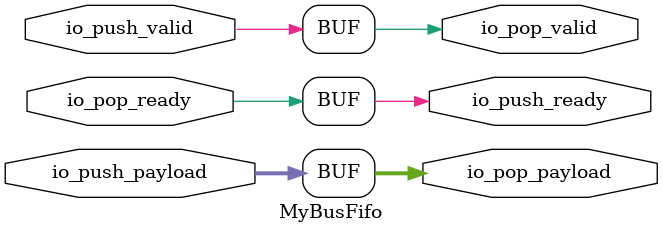
<source format=v>

`timescale 1ns/1ps 

module Top (
  input               io_idata_valid,
  output              io_idata_ready,
  input      [7:0]    io_idata_payload,
  output              io_odata_valid,
  input               io_odata_ready,
  output     [7:0]    io_odata_payload
);

  wire                myBusFifo_1_io_push_ready;
  wire                myBusFifo_1_io_pop_valid;
  wire       [7:0]    myBusFifo_1_io_pop_payload;

  MyBusFifo myBusFifo_1 (
    .io_push_valid      (io_idata_valid                   ), //i
    .io_push_ready      (myBusFifo_1_io_push_ready        ), //o
    .io_push_payload    (io_idata_payload[7:0]            ), //i
    .io_pop_valid       (myBusFifo_1_io_pop_valid         ), //o
    .io_pop_ready       (io_odata_ready                   ), //i
    .io_pop_payload     (myBusFifo_1_io_pop_payload[7:0]  )  //o
  );
  assign io_idata_ready = myBusFifo_1_io_push_ready;
  assign io_odata_valid = myBusFifo_1_io_pop_valid;
  assign io_odata_payload = myBusFifo_1_io_pop_payload;

endmodule

module MyBusFifo (
  input               io_push_valid,
  output              io_push_ready,
  input      [7:0]    io_push_payload,
  output              io_pop_valid,
  input               io_pop_ready,
  output     [7:0]    io_pop_payload
);


  assign io_pop_valid = io_push_valid;
  assign io_push_ready = io_pop_ready;
  assign io_pop_payload = io_push_payload;

endmodule

</source>
